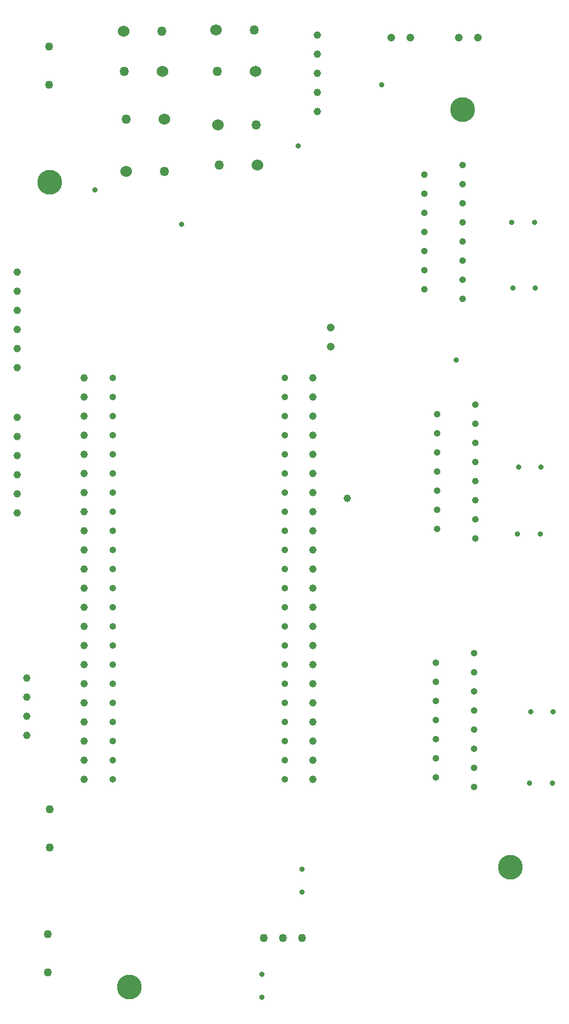
<source format=gbr>
%TF.GenerationSoftware,Altium Limited,Altium Designer,25.8.1 (18)*%
G04 Layer_Color=0*
%FSLAX45Y45*%
%MOMM*%
%TF.SameCoordinates,1B6F2BE7-5339-4887-9720-52C865558AB3*%
%TF.FilePolarity,Positive*%
%TF.FileFunction,Plated,1,2,PTH,Drill*%
%TF.Part,Single*%
G01*
G75*
%TA.AperFunction,ComponentDrill*%
%ADD57C,1.00000*%
%ADD58C,0.70000*%
%ADD59C,0.88900*%
%ADD60C,0.90000*%
%ADD61C,1.06680*%
%ADD62C,0.70000*%
%ADD63C,1.10000*%
%ADD64C,1.10000*%
%ADD65C,1.06680*%
%ADD66C,1.52400*%
%ADD67C,3.30000*%
%ADD68C,1.27000*%
%TA.AperFunction,ViaDrill,NotFilled*%
%ADD69C,1.00000*%
%ADD70C,0.71120*%
D57*
X6946900Y9956800D02*
D03*
Y10210800D02*
D03*
Y10464800D02*
D03*
Y10718800D02*
D03*
Y11226800D02*
D03*
Y10972800D02*
D03*
X10871200Y8801100D02*
D03*
Y8547100D02*
D03*
Y8293100D02*
D03*
Y8039100D02*
D03*
Y7785100D02*
D03*
Y7531100D02*
D03*
Y7277100D02*
D03*
Y7023100D02*
D03*
Y6769100D02*
D03*
X6946900Y8788400D02*
D03*
X10934700Y14122400D02*
D03*
X7073900Y5067300D02*
D03*
Y5321300D02*
D03*
X10871200Y9563100D02*
D03*
Y6515100D02*
D03*
Y6261100D02*
D03*
Y6007100D02*
D03*
Y5753100D02*
D03*
Y5499100D02*
D03*
Y5245100D02*
D03*
Y4991100D02*
D03*
Y4737100D02*
D03*
Y4483100D02*
D03*
Y9055100D02*
D03*
Y9309100D02*
D03*
Y9817100D02*
D03*
X7835900Y4483100D02*
D03*
Y4737100D02*
D03*
Y4991100D02*
D03*
Y5245100D02*
D03*
Y5499100D02*
D03*
Y5753100D02*
D03*
Y6007100D02*
D03*
Y6261100D02*
D03*
Y6515100D02*
D03*
Y6769100D02*
D03*
Y7023100D02*
D03*
Y7277100D02*
D03*
Y7531100D02*
D03*
Y7785100D02*
D03*
Y8039100D02*
D03*
Y8293100D02*
D03*
Y8547100D02*
D03*
Y8801100D02*
D03*
Y9817100D02*
D03*
Y9563100D02*
D03*
Y9309100D02*
D03*
Y9055100D02*
D03*
X6946900Y8534400D02*
D03*
X10934700Y13360400D02*
D03*
X6946900Y8280400D02*
D03*
X10934700Y14376401D02*
D03*
X7073900Y5575300D02*
D03*
Y5829300D02*
D03*
X6946900Y9042400D02*
D03*
Y9296400D02*
D03*
X10934700Y13868401D02*
D03*
Y13614400D02*
D03*
X6946900Y8026400D02*
D03*
D58*
X13766800Y5384800D02*
D03*
X14066800D02*
D03*
X13606500Y8636000D02*
D03*
X13517599Y11887200D02*
D03*
X13830299Y11010900D02*
D03*
X13817599Y11887200D02*
D03*
X14054100Y4432300D02*
D03*
X13893800Y7747000D02*
D03*
X13906500Y8636000D02*
D03*
X13530299Y11010900D02*
D03*
X13593800Y7747000D02*
D03*
X13754100Y4432300D02*
D03*
D59*
X10502900Y7023100D02*
D03*
Y6769100D02*
D03*
Y8547100D02*
D03*
Y7531100D02*
D03*
Y8801100D02*
D03*
Y8293100D02*
D03*
Y7785100D02*
D03*
Y7277100D02*
D03*
Y8039100D02*
D03*
Y9563100D02*
D03*
Y4483100D02*
D03*
X8216900D02*
D03*
X10502900Y4737100D02*
D03*
X8216900D02*
D03*
X10502900Y4991100D02*
D03*
X8216900D02*
D03*
X10502900Y5245100D02*
D03*
X8216900D02*
D03*
X10502900Y5499100D02*
D03*
X8216900D02*
D03*
X10502900Y5753100D02*
D03*
X8216900D02*
D03*
X10502900Y6007100D02*
D03*
X8216900D02*
D03*
X10502900Y6261100D02*
D03*
X8216900D02*
D03*
X10502900Y6515100D02*
D03*
X8216900D02*
D03*
Y6769100D02*
D03*
Y7023100D02*
D03*
Y7277100D02*
D03*
Y7531100D02*
D03*
Y7785100D02*
D03*
Y8039100D02*
D03*
Y8293100D02*
D03*
Y8547100D02*
D03*
Y8801100D02*
D03*
X10502900Y9055100D02*
D03*
X8216900D02*
D03*
X10502900Y9309100D02*
D03*
X8216900D02*
D03*
Y9563100D02*
D03*
X10502900Y9817100D02*
D03*
X8216900D02*
D03*
D60*
X13030200Y8445500D02*
D03*
X12522200Y8826500D02*
D03*
X13017500Y5143500D02*
D03*
X12509500Y5524500D02*
D03*
X12865100Y12141200D02*
D03*
X12357100Y11506200D02*
D03*
X13030200Y8191500D02*
D03*
X12522200Y9080500D02*
D03*
X13017500Y4889500D02*
D03*
X12509500Y5778500D02*
D03*
X12522200Y8318500D02*
D03*
X13030200Y8953500D02*
D03*
X12509500Y5016500D02*
D03*
X13017500Y5651500D02*
D03*
X13030200Y8699500D02*
D03*
X13017500Y5397500D02*
D03*
X12865100Y11887200D02*
D03*
Y12649200D02*
D03*
X12357100Y11760200D02*
D03*
X12865100Y10871200D02*
D03*
X13017500Y6159500D02*
D03*
X12509500Y5270500D02*
D03*
X13017500Y4381500D02*
D03*
X13030200Y9461500D02*
D03*
X12522200Y8572500D02*
D03*
X13030200Y7683500D02*
D03*
X12357100Y10998200D02*
D03*
X12865100Y11125200D02*
D03*
X12357100Y11252200D02*
D03*
X12865100Y11379200D02*
D03*
Y11633200D02*
D03*
X12357100Y12014200D02*
D03*
Y12268200D02*
D03*
X12865100Y12395200D02*
D03*
X12357100Y12522200D02*
D03*
X12522200Y7810500D02*
D03*
X13030200Y7937500D02*
D03*
X12522200Y8064500D02*
D03*
X13030200Y9207500D02*
D03*
X12522200Y9334500D02*
D03*
X12509500Y4508500D02*
D03*
X13017500Y4635500D02*
D03*
X12509500Y4762500D02*
D03*
X13017500Y5905500D02*
D03*
X12509500Y6032500D02*
D03*
D61*
X11112500Y10236200D02*
D03*
Y10490200D02*
D03*
D62*
X10731500Y2989300D02*
D03*
Y3289300D02*
D03*
X10198100Y1592300D02*
D03*
Y1892300D02*
D03*
D63*
X7378700Y4089400D02*
D03*
Y3581400D02*
D03*
X7353300Y1917700D02*
D03*
Y2425700D02*
D03*
X7366000Y14224001D02*
D03*
Y13716000D02*
D03*
D64*
X10731500Y2374900D02*
D03*
X10477500D02*
D03*
X10223500D02*
D03*
D65*
X12166600Y14338300D02*
D03*
X13068300D02*
D03*
X12814301D02*
D03*
X11912600D02*
D03*
D66*
X9588500Y14439900D02*
D03*
X9613900Y13182600D02*
D03*
X8877300Y13893800D02*
D03*
X8902700Y13258800D02*
D03*
X8394700Y12560300D02*
D03*
X8356600Y14427200D02*
D03*
X10134600Y12649200D02*
D03*
X10109200Y13893800D02*
D03*
D67*
X7378700Y12420600D02*
D03*
X13500101Y3314700D02*
D03*
X12865100Y13385800D02*
D03*
X8432800Y1727200D02*
D03*
D68*
X8902700Y12560300D02*
D03*
X8864600Y14427200D02*
D03*
X8369300Y13893800D02*
D03*
X8394700Y13258800D02*
D03*
X9626600Y12649200D02*
D03*
X9601200Y13893800D02*
D03*
X10096500Y14439900D02*
D03*
X10121900Y13182600D02*
D03*
D69*
X11328400Y8216900D02*
D03*
D70*
X9130668Y11861168D02*
D03*
X11785600Y13716000D02*
D03*
X10680700Y12903200D02*
D03*
X7975600Y12319000D02*
D03*
X12776200Y10058400D02*
D03*
%TF.MD5,c6533cdbb6705b7919ff6f5a513df9de*%
M02*

</source>
